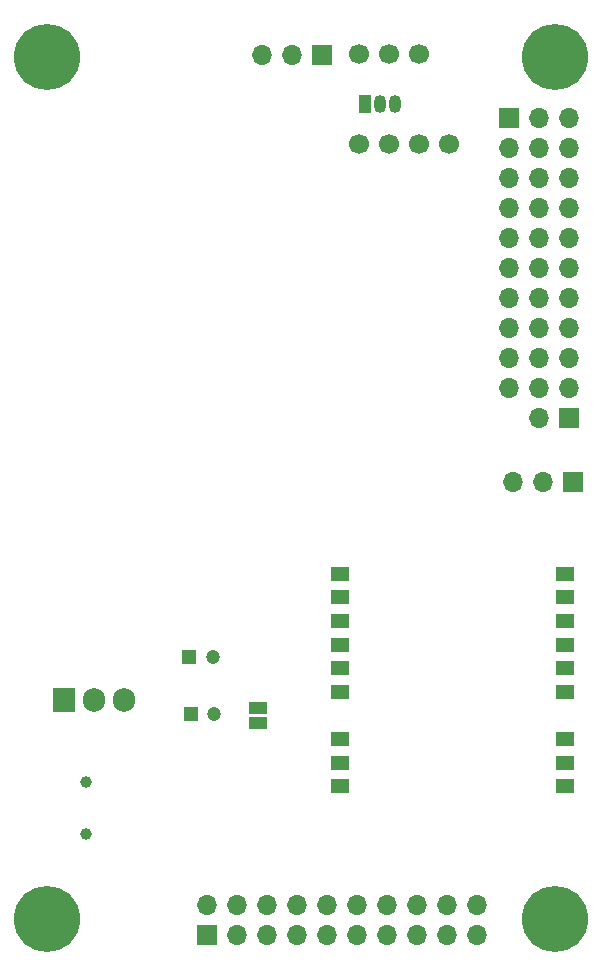
<source format=gbs>
%TF.GenerationSoftware,KiCad,Pcbnew,7.0.10*%
%TF.CreationDate,2024-08-19T10:26:00+10:00*%
%TF.ProjectId,AI4R-SENSORPCB,41493452-2d53-4454-9e53-4f525043422e,rev?*%
%TF.SameCoordinates,Original*%
%TF.FileFunction,Soldermask,Bot*%
%TF.FilePolarity,Negative*%
%FSLAX46Y46*%
G04 Gerber Fmt 4.6, Leading zero omitted, Abs format (unit mm)*
G04 Created by KiCad (PCBNEW 7.0.10) date 2024-08-19 10:26:00*
%MOMM*%
%LPD*%
G01*
G04 APERTURE LIST*
%ADD10C,1.000000*%
%ADD11C,5.600000*%
%ADD12R,1.200000X1.200000*%
%ADD13C,1.200000*%
%ADD14R,1.700000X1.700000*%
%ADD15O,1.700000X1.700000*%
%ADD16C,1.700000*%
%ADD17R,1.050000X1.500000*%
%ADD18O,1.050000X1.500000*%
%ADD19O,1.905000X2.000000*%
%ADD20R,1.905000X2.000000*%
%ADD21R,1.500000X1.000000*%
%ADD22R,1.600000X1.200000*%
G04 APERTURE END LIST*
D10*
%TO.C,J11*%
X18800000Y-76900000D03*
X18800000Y-81300000D03*
%TD*%
D11*
%TO.C,H2*%
X58500000Y-15500000D03*
%TD*%
D12*
%TO.C,C2*%
X27500000Y-66300000D03*
D13*
X29500000Y-66300000D03*
%TD*%
D14*
%TO.C,J6*%
X59700000Y-46120000D03*
D15*
X57160000Y-46120000D03*
X59700000Y-43580000D03*
X57160000Y-43580000D03*
X59700000Y-41040000D03*
X57160000Y-41040000D03*
X59700000Y-38500000D03*
X57160000Y-38500000D03*
X59700000Y-35960000D03*
X57160000Y-35960000D03*
X59700000Y-33420000D03*
X57160000Y-33420000D03*
X59700000Y-30880000D03*
X57160000Y-30880000D03*
X59700000Y-28340000D03*
X57160000Y-28340000D03*
X59700000Y-25800000D03*
X57160000Y-25800000D03*
X59700000Y-23260000D03*
X57160000Y-23260000D03*
X59700000Y-20720000D03*
X57160000Y-20720000D03*
%TD*%
D14*
%TO.C,J8*%
X54560000Y-20720000D03*
D15*
X54560000Y-23260000D03*
X54560000Y-25800000D03*
X54560000Y-28340000D03*
X54560000Y-30880000D03*
X54560000Y-33420000D03*
X54560000Y-35960000D03*
X54560000Y-38500000D03*
X54560000Y-41040000D03*
X54560000Y-43580000D03*
%TD*%
D11*
%TO.C,H4*%
X15500000Y-88500000D03*
%TD*%
D16*
%TO.C,U2*%
X46950000Y-15270000D03*
X44410000Y-15270000D03*
X41870000Y-15270000D03*
X41920000Y-22890000D03*
X44460000Y-22890000D03*
X47000000Y-22890000D03*
X49540000Y-22890000D03*
%TD*%
D14*
%TO.C,J10*%
X28993500Y-89840000D03*
D15*
X28993500Y-87300000D03*
X31533500Y-89840000D03*
X31533500Y-87300000D03*
X34073500Y-89840000D03*
X34073500Y-87300000D03*
X36613500Y-89840000D03*
X36613500Y-87300000D03*
X39153500Y-89840000D03*
X39153500Y-87300000D03*
X41693500Y-89840000D03*
X41693500Y-87300000D03*
X44233500Y-89840000D03*
X44233500Y-87300000D03*
X46773500Y-89840000D03*
X46773500Y-87300000D03*
X49313500Y-89840000D03*
X49313500Y-87300000D03*
X51853500Y-89840000D03*
X51853500Y-87300000D03*
%TD*%
D12*
%TO.C,C1*%
X27627401Y-71200000D03*
D13*
X29627401Y-71200000D03*
%TD*%
D17*
%TO.C,Q1*%
X42360000Y-19500000D03*
D18*
X43630000Y-19500000D03*
X44900000Y-19500000D03*
%TD*%
D14*
%TO.C,J7*%
X38725000Y-15400000D03*
D15*
X36185000Y-15400000D03*
X33645000Y-15400000D03*
%TD*%
D19*
%TO.C,U3*%
X21980000Y-70000000D03*
X19440000Y-70000000D03*
D20*
X16900000Y-70000000D03*
%TD*%
D11*
%TO.C,H3*%
X58500000Y-88500000D03*
%TD*%
D14*
%TO.C,J9*%
X60000000Y-51500000D03*
D15*
X57460000Y-51500000D03*
X54920000Y-51500000D03*
%TD*%
D11*
%TO.C,H1*%
X15500000Y-15500000D03*
%TD*%
D21*
%TO.C,JP1*%
X33300000Y-70650000D03*
X33300000Y-71950000D03*
%TD*%
D22*
%TO.C,U1*%
X40300000Y-77300000D03*
X40300000Y-75300000D03*
X40300000Y-73300000D03*
X40300000Y-69300000D03*
X40300000Y-67300000D03*
X40300000Y-65300000D03*
X40300000Y-63300000D03*
X40300000Y-61300000D03*
X40300000Y-59300000D03*
X59300000Y-59300000D03*
X59300000Y-61300000D03*
X59300000Y-63300000D03*
X59300000Y-65300000D03*
X59300000Y-67300000D03*
X59300000Y-69300000D03*
X59300000Y-73300000D03*
X59300000Y-75300000D03*
X59300000Y-77300000D03*
%TD*%
M02*

</source>
